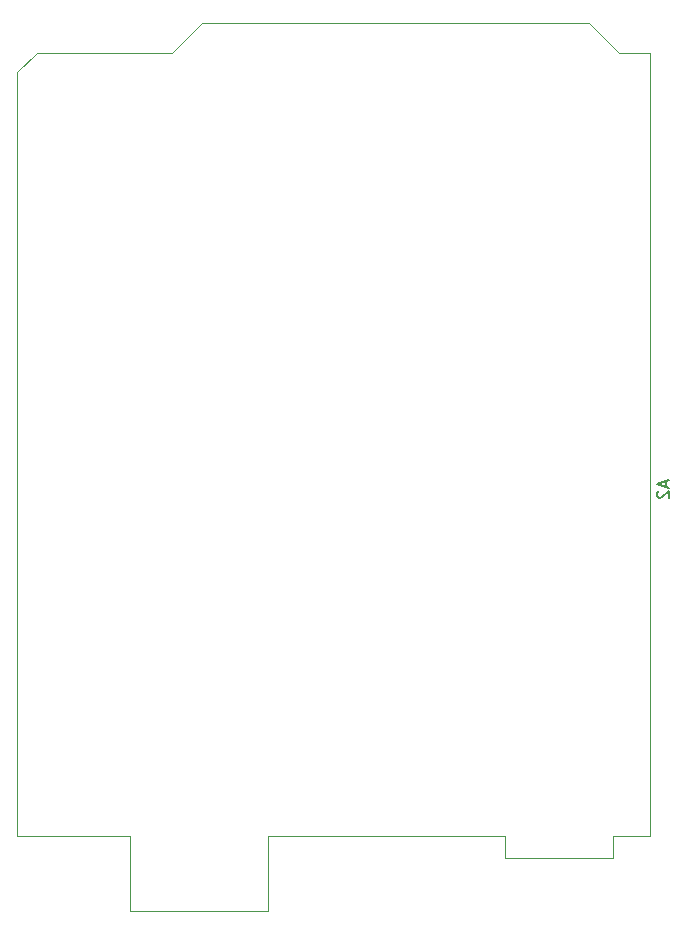
<source format=gbr>
G04 #@! TF.GenerationSoftware,KiCad,Pcbnew,5.1.5-52549c5~86~ubuntu18.04.1*
G04 #@! TF.CreationDate,2020-04-19T01:33:55+01:00*
G04 #@! TF.ProjectId,scot-controller,73636f74-2d63-46f6-9e74-726f6c6c6572,rev?*
G04 #@! TF.SameCoordinates,Original*
G04 #@! TF.FileFunction,Legend,Bot*
G04 #@! TF.FilePolarity,Positive*
%FSLAX46Y46*%
G04 Gerber Fmt 4.6, Leading zero omitted, Abs format (unit mm)*
G04 Created by KiCad (PCBNEW 5.1.5-52549c5~86~ubuntu18.04.1) date 2020-04-19 01:33:55*
%MOMM*%
%LPD*%
G04 APERTURE LIST*
%ADD10C,0.120000*%
%ADD11C,0.150000*%
G04 APERTURE END LIST*
D10*
X205482000Y-65986200D02*
X208022000Y-63446200D01*
X194052000Y-65986200D02*
X205482000Y-65986200D01*
X192402000Y-67636200D02*
X194052000Y-65986200D01*
X192402000Y-132286200D02*
X192402000Y-67636200D01*
X201932000Y-132286200D02*
X192402000Y-132286200D01*
X201932000Y-138636200D02*
X201932000Y-132286200D01*
X213612000Y-138636200D02*
X201932000Y-138636200D01*
X213612000Y-132286200D02*
X213612000Y-138636200D01*
X233682000Y-132286200D02*
X213612000Y-132286200D01*
X233682000Y-134186200D02*
X233682000Y-132286200D01*
X242822000Y-134186200D02*
X233682000Y-134186200D01*
X242822000Y-132286200D02*
X242822000Y-134186200D01*
X246002000Y-132286200D02*
X242822000Y-132286200D01*
X246002000Y-65986200D02*
X246002000Y-132286200D01*
X243332000Y-65986200D02*
X246002000Y-65986200D01*
X240792000Y-63446200D02*
X243332000Y-65986200D01*
X208022000Y-63446200D02*
X240792000Y-63446200D01*
D11*
X247308666Y-102231914D02*
X247308666Y-102708104D01*
X247594380Y-102136676D02*
X246594380Y-102470009D01*
X247594380Y-102803342D01*
X246689619Y-103089057D02*
X246642000Y-103136676D01*
X246594380Y-103231914D01*
X246594380Y-103470009D01*
X246642000Y-103565247D01*
X246689619Y-103612866D01*
X246784857Y-103660485D01*
X246880095Y-103660485D01*
X247022952Y-103612866D01*
X247594380Y-103041438D01*
X247594380Y-103660485D01*
M02*

</source>
